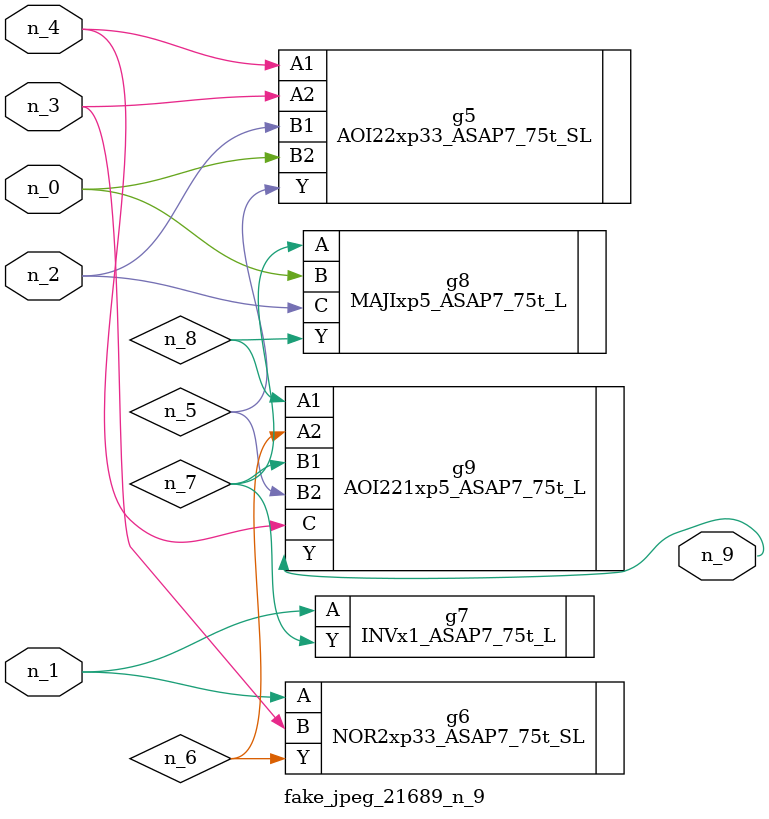
<source format=v>
module fake_jpeg_21689_n_9 (n_3, n_2, n_1, n_0, n_4, n_9);

input n_3;
input n_2;
input n_1;
input n_0;
input n_4;

output n_9;

wire n_8;
wire n_6;
wire n_5;
wire n_7;

AOI22xp33_ASAP7_75t_SL g5 ( 
.A1(n_4),
.A2(n_3),
.B1(n_2),
.B2(n_0),
.Y(n_5)
);

NOR2xp33_ASAP7_75t_SL g6 ( 
.A(n_1),
.B(n_3),
.Y(n_6)
);

INVx1_ASAP7_75t_L g7 ( 
.A(n_1),
.Y(n_7)
);

MAJIxp5_ASAP7_75t_L g8 ( 
.A(n_7),
.B(n_0),
.C(n_2),
.Y(n_8)
);

AOI221xp5_ASAP7_75t_L g9 ( 
.A1(n_8),
.A2(n_6),
.B1(n_7),
.B2(n_5),
.C(n_4),
.Y(n_9)
);


endmodule
</source>
